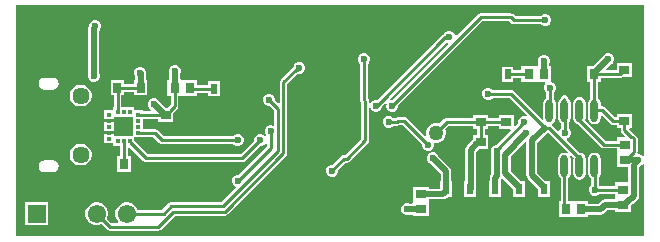
<source format=gbl>
G04*
G04 #@! TF.GenerationSoftware,Altium Limited,Altium Designer,23.10.1 (27)*
G04*
G04 Layer_Physical_Order=2*
G04 Layer_Color=16711680*
%FSLAX44Y44*%
%MOMM*%
G71*
G04*
G04 #@! TF.SameCoordinates,AB5FA82C-F65C-42C8-8390-C989D648E836*
G04*
G04*
G04 #@! TF.FilePolarity,Positive*
G04*
G01*
G75*
%ADD15C,0.2540*%
%ADD16C,0.5000*%
%ADD23R,0.6000X0.9000*%
%ADD24R,0.8000X0.9500*%
%ADD31R,0.9500X0.8000*%
%ADD32R,0.9000X0.7500*%
%ADD33R,0.7500X0.9000*%
%ADD40R,1.5500X1.5500*%
%ADD41C,1.5500*%
%ADD42C,1.4500*%
%ADD43C,0.6000*%
%ADD44C,0.5000*%
%ADD45C,1.2700*%
%ADD47R,0.6000X0.9500*%
%ADD48O,0.6000X1.9000*%
%ADD49R,0.3500X0.4500*%
%ADD50R,0.4500X0.3500*%
G36*
X828040Y957557D02*
X826770Y957031D01*
X825792Y958009D01*
X823955Y958770D01*
X823311D01*
X822314Y960040D01*
X822384Y960390D01*
Y971767D01*
X822130Y973043D01*
X821407Y974125D01*
X819785Y975748D01*
X818703Y976470D01*
X818368Y976537D01*
X815515Y979390D01*
X816041Y980660D01*
X817840D01*
Y992160D01*
X804840D01*
Y989744D01*
X803131D01*
X794277Y998597D01*
X793196Y999320D01*
X791920Y999574D01*
X791038D01*
Y1001740D01*
X790650Y1003691D01*
X789545Y1005345D01*
X789099Y1005643D01*
Y1019850D01*
X791340D01*
Y1023016D01*
X807130D01*
X808406Y1023270D01*
X809488Y1023992D01*
X809555Y1024060D01*
X817840D01*
Y1035560D01*
X804840D01*
Y1029684D01*
X796322D01*
X795836Y1030857D01*
X799040Y1034061D01*
X800392Y1034621D01*
X801799Y1036028D01*
X802560Y1037865D01*
Y1039855D01*
X801799Y1041692D01*
X800392Y1043099D01*
X798555Y1043860D01*
X796565D01*
X794728Y1043099D01*
X793321Y1041692D01*
X793058Y1041057D01*
X784851Y1032850D01*
X779840D01*
Y1019850D01*
X782431D01*
Y1005409D01*
X782335Y1005345D01*
X781230Y1003691D01*
X780842Y1001740D01*
Y988740D01*
X781230Y986789D01*
X782335Y985135D01*
X783989Y984030D01*
X785940Y983642D01*
X787891Y984030D01*
X789545Y985135D01*
X790650Y986789D01*
X791038Y988740D01*
Y990748D01*
X792211Y991234D01*
X799392Y984053D01*
X800474Y983330D01*
X801750Y983076D01*
X804840D01*
Y980660D01*
X808006D01*
Y978850D01*
X808260Y977574D01*
X808982Y976492D01*
X811682Y973793D01*
X811196Y972620D01*
X804780D01*
Y969954D01*
X795241D01*
X778026Y987169D01*
X778338Y988740D01*
Y1001740D01*
X777950Y1003691D01*
X776845Y1005345D01*
X775191Y1006450D01*
X773240Y1006838D01*
X771289Y1006450D01*
X769635Y1005345D01*
X768530Y1003691D01*
X768142Y1001740D01*
Y988740D01*
X768530Y986789D01*
X769635Y985135D01*
X771289Y984030D01*
X771845Y983919D01*
X791503Y964262D01*
X792584Y963540D01*
X793860Y963286D01*
X804780D01*
Y960620D01*
X804780Y960620D01*
Y959620D01*
X804780D01*
X804780Y959350D01*
Y947620D01*
X814422D01*
Y934520D01*
X803510D01*
Y931704D01*
X789867D01*
X789369Y932202D01*
Y938018D01*
X789545Y938135D01*
X790650Y939789D01*
X791038Y941740D01*
Y954740D01*
X790650Y956691D01*
X789545Y958345D01*
X787891Y959450D01*
X785940Y959838D01*
X783989Y959450D01*
X782335Y958345D01*
X781230Y956691D01*
X780842Y954740D01*
Y941740D01*
X781230Y939789D01*
X782335Y938135D01*
X782701Y937891D01*
Y932012D01*
X781891Y931202D01*
X781130Y929365D01*
Y927375D01*
X781891Y925538D01*
X783298Y924131D01*
X785135Y923370D01*
X787125D01*
X788962Y924131D01*
X789867Y925036D01*
X803510D01*
Y922520D01*
X803510Y922520D01*
Y921520D01*
X803510D01*
X803510Y921378D01*
X803201Y920108D01*
X794760D01*
X793004Y919759D01*
X791516Y918764D01*
X789200Y916448D01*
X780850D01*
Y918610D01*
X769120D01*
X768850Y918610D01*
X767850D01*
X767580Y918610D01*
X763874D01*
Y937954D01*
X764145Y938135D01*
X765250Y939789D01*
X765638Y941740D01*
Y954740D01*
X765250Y956691D01*
X765167Y956814D01*
X766154Y957624D01*
X768291Y955487D01*
X768142Y954740D01*
Y941740D01*
X768530Y939789D01*
X769635Y938135D01*
X771289Y937030D01*
X773240Y936642D01*
X775191Y937030D01*
X776845Y938135D01*
X777950Y939789D01*
X778338Y941740D01*
Y954740D01*
X777950Y956691D01*
X776845Y958345D01*
X775191Y959450D01*
X773402Y959806D01*
X762593Y970615D01*
X762891Y972113D01*
X763562Y972391D01*
X764969Y973798D01*
X765730Y975635D01*
Y977625D01*
X764969Y979462D01*
X763969Y980462D01*
Y985018D01*
X764145Y985135D01*
X765250Y986789D01*
X765638Y988740D01*
Y1001740D01*
X765250Y1003691D01*
X764145Y1005345D01*
X763809Y1005570D01*
X763620Y1006516D01*
X762897Y1007598D01*
X761816Y1008320D01*
X760540Y1008574D01*
X759264Y1008320D01*
X758183Y1007598D01*
X757460Y1006516D01*
X757271Y1005570D01*
X756935Y1005345D01*
X755830Y1003691D01*
X755442Y1001740D01*
Y988740D01*
X755830Y986789D01*
X756935Y985135D01*
X757301Y984891D01*
Y980272D01*
X756491Y979462D01*
X756213Y978791D01*
X754715Y978493D01*
X750277Y982931D01*
X750342Y984250D01*
X750453Y984473D01*
X751445Y985135D01*
X752550Y986789D01*
X752938Y988740D01*
Y1001740D01*
X752550Y1003691D01*
X751445Y1005345D01*
X751269Y1005462D01*
Y1010898D01*
X752269Y1011898D01*
X753030Y1013735D01*
Y1015725D01*
X752269Y1017562D01*
X750862Y1018969D01*
X749100Y1019699D01*
Y1032910D01*
X747613D01*
Y1035782D01*
X747950Y1036595D01*
Y1038585D01*
X747189Y1040422D01*
X745782Y1041829D01*
X743945Y1042590D01*
X741955D01*
X740118Y1041829D01*
X738711Y1040422D01*
X737950Y1038585D01*
Y1036595D01*
X738437Y1035420D01*
Y1033808D01*
X737773Y1033144D01*
X737167Y1032910D01*
X736100D01*
X735830Y1032910D01*
X724100D01*
Y1029494D01*
X717350D01*
Y1032660D01*
X707350D01*
Y1019660D01*
X717350D01*
Y1022826D01*
X724100D01*
Y1019410D01*
X735830D01*
X736100Y1019410D01*
X737100D01*
X737370Y1019410D01*
X743843D01*
X744369Y1018140D01*
X743791Y1017562D01*
X743030Y1015725D01*
Y1013735D01*
X743791Y1011898D01*
X744601Y1011088D01*
Y1005589D01*
X744235Y1005345D01*
X743130Y1003691D01*
X742742Y1001740D01*
Y988740D01*
X742819Y988352D01*
X741649Y987726D01*
X717368Y1012008D01*
X716286Y1012730D01*
X715010Y1012984D01*
X699697D01*
X698792Y1013889D01*
X696955Y1014650D01*
X694965D01*
X693128Y1013889D01*
X691721Y1012482D01*
X690960Y1010645D01*
Y1008655D01*
X691721Y1006818D01*
X693128Y1005411D01*
X694965Y1004650D01*
X696955D01*
X698792Y1005411D01*
X699697Y1006316D01*
X713629D01*
X728486Y991459D01*
X727766Y990383D01*
X727435Y990520D01*
X725445D01*
X723608Y989759D01*
X722201Y988352D01*
X721440Y986515D01*
Y985235D01*
X718873Y982668D01*
X717700Y983154D01*
Y991620D01*
X704700D01*
Y989204D01*
X696110D01*
Y991620D01*
X683110D01*
Y989204D01*
X660750D01*
X659474Y988950D01*
X658392Y988228D01*
X654609Y984444D01*
X652609Y984980D01*
X650411D01*
X648287Y984411D01*
X646383Y983312D01*
X644828Y981757D01*
X643729Y979853D01*
X643160Y977729D01*
Y975531D01*
X643361Y974780D01*
X642223Y974122D01*
X627197Y989147D01*
X626116Y989870D01*
X624840Y990124D01*
X619757D01*
X618481Y989870D01*
X617653Y989317D01*
X615414D01*
X614510Y990221D01*
X612672Y990983D01*
X610683D01*
X608845Y990221D01*
X607439Y988815D01*
X606677Y986977D01*
Y984988D01*
X607439Y983150D01*
X608845Y981744D01*
X610683Y980983D01*
X612672D01*
X614510Y981744D01*
X615414Y982649D01*
X618950D01*
X620226Y982902D01*
X621054Y983456D01*
X623459D01*
X640160Y966755D01*
Y965475D01*
X640921Y963638D01*
X642328Y962231D01*
X644165Y961470D01*
X646155D01*
X647992Y962231D01*
X649399Y963638D01*
X650160Y965475D01*
Y967064D01*
X650259Y967542D01*
X651197Y968280D01*
X652609D01*
X654733Y968849D01*
X656637Y969948D01*
X658192Y971503D01*
X659291Y973407D01*
X659860Y975531D01*
Y977729D01*
X659324Y979729D01*
X662131Y982536D01*
X683110D01*
Y980120D01*
X686276D01*
Y974760D01*
X683110D01*
Y970906D01*
X677866Y965661D01*
X676871Y964173D01*
X676522Y962417D01*
Y935440D01*
X675848D01*
Y921940D01*
X685848D01*
Y935440D01*
X685698D01*
Y960516D01*
X688354Y963172D01*
X688360D01*
X688803Y963260D01*
X696110D01*
Y974760D01*
X692944D01*
Y980120D01*
X696110D01*
Y982536D01*
X704700D01*
Y980120D01*
X714666D01*
X715152Y978947D01*
X702675Y966470D01*
X702310D01*
X700472Y965709D01*
X699066Y964302D01*
X698305Y962465D01*
Y960475D01*
X698716Y959481D01*
Y941551D01*
X697810Y940195D01*
X697461Y938439D01*
Y935440D01*
X696549D01*
Y921940D01*
X706549D01*
Y928747D01*
X706637Y929190D01*
Y936582D01*
X707112Y937293D01*
X708661Y937540D01*
X717250Y928951D01*
Y921940D01*
X727250D01*
Y935440D01*
X723738D01*
X714893Y944286D01*
Y955963D01*
X721529Y962599D01*
X722524Y964088D01*
X722642Y964682D01*
X726932Y968972D01*
X728202Y968446D01*
Y940600D01*
X728551Y938844D01*
X729546Y937356D01*
X737950Y928951D01*
Y921940D01*
X747950D01*
Y935440D01*
X744439D01*
X737378Y942501D01*
Y968169D01*
X746493Y977285D01*
X763424Y960354D01*
X762615Y959367D01*
X762491Y959450D01*
X760540Y959838D01*
X758589Y959450D01*
X756935Y958345D01*
X755830Y956691D01*
X755442Y954740D01*
Y941740D01*
X755830Y939789D01*
X756935Y938135D01*
X757206Y937954D01*
Y918610D01*
X755850D01*
Y905110D01*
X767580D01*
X767850Y905110D01*
X768850D01*
X769120Y905110D01*
X780850D01*
Y907272D01*
X791100D01*
X792856Y907621D01*
X794344Y908616D01*
X796661Y910932D01*
X803510D01*
Y909520D01*
X817010D01*
Y915031D01*
X818219Y916241D01*
X818423Y916281D01*
X819911Y917276D01*
X822254Y919619D01*
X823249Y921107D01*
X823598Y922863D01*
Y947649D01*
X825260Y949311D01*
X825792Y949531D01*
X826770Y950509D01*
X828040Y949983D01*
Y889000D01*
X295910D01*
Y1084580D01*
X828040D01*
Y957557D01*
D02*
G37*
%LPC*%
G36*
X715217Y1077754D02*
X689690D01*
X688414Y1077500D01*
X687333Y1076777D01*
X669113Y1058558D01*
X667859Y1059100D01*
X667179Y1060742D01*
X665772Y1062149D01*
X663935Y1062910D01*
X661945D01*
X660108Y1062149D01*
X658701Y1060742D01*
X658536Y1060343D01*
X658462Y1060328D01*
X657380Y1059605D01*
X602195Y1004420D01*
X602025Y1004490D01*
X600035D01*
X598198Y1003729D01*
X596791Y1002322D01*
X596424Y1001436D01*
X595154Y1001689D01*
Y1003422D01*
X594900Y1004698D01*
X594178Y1005779D01*
X593884Y1006073D01*
Y1035123D01*
X594789Y1036028D01*
X595550Y1037865D01*
Y1039855D01*
X594789Y1041692D01*
X593382Y1043099D01*
X591545Y1043860D01*
X589555D01*
X587718Y1043099D01*
X586311Y1041692D01*
X585550Y1039855D01*
Y1037865D01*
X586311Y1036028D01*
X587216Y1035123D01*
Y1004692D01*
X587470Y1003416D01*
X588192Y1002334D01*
X588486Y1002041D01*
Y971571D01*
X574855Y957940D01*
X573606D01*
X572330Y957686D01*
X571249Y956964D01*
X563845Y949560D01*
X562885D01*
X561048Y948799D01*
X559641Y947392D01*
X558880Y945555D01*
Y943565D01*
X559641Y941728D01*
X561048Y940321D01*
X562885Y939560D01*
X564875D01*
X566712Y940321D01*
X568119Y941728D01*
X568880Y943565D01*
Y945165D01*
X574987Y951272D01*
X576236D01*
X577512Y951526D01*
X578593Y952249D01*
X594178Y967832D01*
X594900Y968914D01*
X595154Y970190D01*
Y997291D01*
X596424Y997544D01*
X596791Y996658D01*
X598198Y995251D01*
X600035Y994490D01*
X602025D01*
X603862Y995251D01*
X605269Y996658D01*
X606030Y998495D01*
Y998839D01*
X606073Y998881D01*
X606114Y998909D01*
X608797Y1001592D01*
X609874Y1000873D01*
X609680Y1000405D01*
Y998415D01*
X610441Y996578D01*
X611848Y995171D01*
X613685Y994410D01*
X615675D01*
X617512Y995171D01*
X618919Y996578D01*
X619680Y998415D01*
Y999695D01*
X691071Y1071086D01*
X713836D01*
X715399Y1069522D01*
X716481Y1068800D01*
X717757Y1068546D01*
X740483D01*
X741388Y1067641D01*
X743225Y1066880D01*
X745215D01*
X747052Y1067641D01*
X748459Y1069048D01*
X749220Y1070885D01*
Y1072875D01*
X748459Y1074712D01*
X747052Y1076119D01*
X745215Y1076880D01*
X743225D01*
X741388Y1076119D01*
X740483Y1075214D01*
X719138D01*
X717574Y1076777D01*
X716493Y1077500D01*
X715217Y1077754D01*
D02*
G37*
G36*
X364215Y1071800D02*
X362225D01*
X360388Y1071039D01*
X358981Y1069632D01*
X358220Y1067795D01*
Y1067777D01*
X357711Y1067015D01*
X357362Y1065259D01*
Y1026879D01*
X356950Y1025885D01*
Y1023895D01*
X357711Y1022058D01*
X359118Y1020651D01*
X360955Y1019890D01*
X362945D01*
X364782Y1020651D01*
X366189Y1022058D01*
X366950Y1023895D01*
Y1025885D01*
X366538Y1026879D01*
Y1063047D01*
X367459Y1063968D01*
X368220Y1065805D01*
Y1067795D01*
X367459Y1069632D01*
X366052Y1071039D01*
X364215Y1071800D01*
D02*
G37*
G36*
X327350Y1023238D02*
X320350D01*
X318399Y1022850D01*
X316745Y1021745D01*
X315640Y1020091D01*
X315252Y1018140D01*
X315640Y1016189D01*
X316745Y1014535D01*
X318399Y1013430D01*
X320350Y1013042D01*
X327350D01*
X329301Y1013430D01*
X330955Y1014535D01*
X332060Y1016189D01*
X332448Y1018140D01*
X332060Y1020091D01*
X330955Y1021745D01*
X329301Y1022850D01*
X327350Y1023238D01*
D02*
G37*
G36*
X537127Y1036560D02*
X535138D01*
X533300Y1035799D01*
X531894Y1034392D01*
X531133Y1032555D01*
Y1032388D01*
X531042Y1032327D01*
X520262Y1021547D01*
X519540Y1020466D01*
X519286Y1019190D01*
Y1002198D01*
X518113Y1001712D01*
X515540Y1004285D01*
Y1005565D01*
X514779Y1007402D01*
X513372Y1008809D01*
X511535Y1009570D01*
X509545D01*
X507708Y1008809D01*
X506301Y1007402D01*
X505540Y1005565D01*
Y1003575D01*
X506301Y1001738D01*
X507708Y1000331D01*
X509545Y999570D01*
X510825D01*
X514746Y995649D01*
Y983471D01*
X513476Y982622D01*
X512805Y982900D01*
X510815D01*
X508978Y982139D01*
X507571Y980732D01*
X506810Y978895D01*
Y976905D01*
X507571Y975068D01*
X508157Y974482D01*
X508061Y973999D01*
X506686Y973585D01*
X505752Y974519D01*
X503915Y975280D01*
X501925D01*
X500088Y974519D01*
X498681Y973112D01*
X497920Y971275D01*
Y969995D01*
X486299Y958374D01*
X407651D01*
X396100Y969925D01*
X396100Y972751D01*
X396100Y972960D01*
X396309Y972960D01*
X403850Y972960D01*
Y973376D01*
X412172D01*
X417625Y967923D01*
X418707Y967200D01*
X419983Y966946D01*
X480133D01*
X481038Y966041D01*
X482875Y965280D01*
X484865D01*
X486702Y966041D01*
X488109Y967448D01*
X488870Y969285D01*
Y971275D01*
X488109Y973112D01*
X486702Y974519D01*
X484865Y975280D01*
X482875D01*
X481038Y974519D01*
X480133Y973614D01*
X421364D01*
X415910Y979068D01*
X414828Y979790D01*
X413553Y980044D01*
X403850D01*
Y988281D01*
X416410D01*
Y985770D01*
X429410D01*
Y993305D01*
X432738Y996633D01*
X433460Y997714D01*
X433714Y998990D01*
Y1007980D01*
X436110D01*
X436380Y1007980D01*
X437380D01*
X437650Y1007980D01*
X449380D01*
Y1010656D01*
X458550D01*
Y1007490D01*
X468550D01*
Y1020490D01*
X458550D01*
Y1017324D01*
X449380D01*
Y1021480D01*
X437650D01*
X437380Y1021480D01*
X436313D01*
X435043Y1021971D01*
Y1026530D01*
X435530Y1027705D01*
Y1029695D01*
X434769Y1031532D01*
X433362Y1032939D01*
X431525Y1033700D01*
X429535D01*
X427698Y1032939D01*
X426291Y1031532D01*
X425530Y1029695D01*
Y1027705D01*
X425867Y1026892D01*
Y1021480D01*
X424380D01*
Y1007980D01*
X427046D01*
Y1000371D01*
X423945Y997270D01*
X422899D01*
X417280Y1002888D01*
X416989Y1003592D01*
X415582Y1004999D01*
X413745Y1005760D01*
X411755D01*
X409918Y1004999D01*
X408511Y1003592D01*
X407750Y1001755D01*
Y999765D01*
X408511Y997928D01*
X409918Y996521D01*
X410647Y996219D01*
X410395Y994949D01*
X403850D01*
Y995460D01*
X396100D01*
Y998210D01*
X385469D01*
Y1008230D01*
X387670D01*
Y1011396D01*
X395920D01*
Y1008230D01*
X407420D01*
Y1021230D01*
X406258D01*
Y1026286D01*
X406320Y1026435D01*
Y1028425D01*
X405559Y1030262D01*
X404152Y1031669D01*
X402315Y1032430D01*
X400325D01*
X398488Y1031669D01*
X397081Y1030262D01*
X396320Y1028425D01*
Y1026435D01*
X397081Y1024598D01*
X397082Y1024597D01*
Y1021230D01*
X395920D01*
Y1018064D01*
X387670D01*
Y1021230D01*
X376170D01*
Y1008230D01*
X378801D01*
Y998210D01*
X378600D01*
Y995460D01*
X370850D01*
Y987960D01*
X379350D01*
Y989710D01*
X395350D01*
Y982960D01*
X395350Y973919D01*
X395350Y973710D01*
X395141Y973710D01*
X379350Y973710D01*
Y975460D01*
X370850D01*
Y967960D01*
X378600D01*
Y965210D01*
X384016D01*
Y956710D01*
X381500D01*
Y943210D01*
X393500D01*
Y956710D01*
X390684D01*
Y964115D01*
X391954Y964641D01*
X403913Y952682D01*
X404994Y951960D01*
X406270Y951706D01*
X487680D01*
X488956Y951960D01*
X490037Y952682D01*
X502635Y965280D01*
X503915D01*
X505752Y966041D01*
X507159Y967448D01*
X507206Y967561D01*
X508476Y967309D01*
Y965311D01*
X484155Y940990D01*
X482875D01*
X481038Y940229D01*
X479631Y938822D01*
X478870Y936985D01*
Y934995D01*
X479631Y933158D01*
X481038Y931751D01*
X481709Y931473D01*
X482007Y929975D01*
X469766Y917734D01*
X427382D01*
X426106Y917480D01*
X425024Y916758D01*
X419651Y911384D01*
X399091D01*
X398975Y911813D01*
X397692Y914037D01*
X395877Y915852D01*
X393653Y917135D01*
X391174Y917800D01*
X388606D01*
X386127Y917135D01*
X383903Y915852D01*
X382088Y914037D01*
X380804Y911813D01*
X380140Y909334D01*
Y906766D01*
X380804Y904287D01*
X382088Y902063D01*
X382614Y901537D01*
X382128Y900364D01*
X376891D01*
X373353Y903902D01*
X373576Y904287D01*
X374240Y906766D01*
Y909334D01*
X373576Y911813D01*
X372292Y914037D01*
X370477Y915852D01*
X368253Y917135D01*
X365774Y917800D01*
X363206D01*
X360727Y917135D01*
X358503Y915852D01*
X356688Y914037D01*
X355405Y911813D01*
X354740Y909334D01*
Y906766D01*
X355405Y904287D01*
X356688Y902063D01*
X358503Y900248D01*
X360727Y898964D01*
X363206Y898300D01*
X365774D01*
X368253Y898964D01*
X368638Y899187D01*
X373153Y894672D01*
X374234Y893950D01*
X375510Y893696D01*
X416432D01*
X417708Y893950D01*
X418790Y894672D01*
X430643Y906526D01*
X473028D01*
X474304Y906780D01*
X475385Y907503D01*
X524977Y957095D01*
X525700Y958176D01*
X525954Y959452D01*
Y1017809D01*
X534832Y1026687D01*
X535138Y1026560D01*
X537127D01*
X538965Y1027321D01*
X540371Y1028728D01*
X541133Y1030565D01*
Y1032555D01*
X540371Y1034392D01*
X538965Y1035799D01*
X537127Y1036560D01*
D02*
G37*
G36*
X352068Y1017390D02*
X349632D01*
X347280Y1016760D01*
X345170Y1015542D01*
X343448Y1013820D01*
X342230Y1011710D01*
X341600Y1009358D01*
Y1006922D01*
X342230Y1004570D01*
X343448Y1002460D01*
X345170Y1000738D01*
X347280Y999520D01*
X349632Y998890D01*
X352068D01*
X354420Y999520D01*
X356530Y1000738D01*
X358252Y1002460D01*
X359470Y1004570D01*
X360100Y1006922D01*
Y1009358D01*
X359470Y1011710D01*
X358252Y1013820D01*
X356530Y1015542D01*
X354420Y1016760D01*
X352068Y1017390D01*
D02*
G37*
G36*
X379350Y985460D02*
X370850D01*
Y977960D01*
X379350D01*
Y985460D01*
D02*
G37*
G36*
X352068Y967390D02*
X349632D01*
X347280Y966760D01*
X345170Y965542D01*
X343448Y963820D01*
X342230Y961710D01*
X341600Y959358D01*
Y956922D01*
X342230Y954570D01*
X343448Y952460D01*
X345170Y950738D01*
X347280Y949520D01*
X349632Y948890D01*
X352068D01*
X354420Y949520D01*
X356530Y950738D01*
X358252Y952460D01*
X359470Y954570D01*
X360100Y956922D01*
Y959358D01*
X359470Y961710D01*
X358252Y963820D01*
X356530Y965542D01*
X354420Y966760D01*
X352068Y967390D01*
D02*
G37*
G36*
X327350Y953238D02*
X320350D01*
X318399Y952850D01*
X316745Y951745D01*
X315640Y950091D01*
X315252Y948140D01*
X315640Y946189D01*
X316745Y944535D01*
X318399Y943430D01*
X320350Y943042D01*
X327350D01*
X329301Y943430D01*
X330955Y944535D01*
X332060Y946189D01*
X332448Y948140D01*
X332060Y950091D01*
X330955Y951745D01*
X329301Y952850D01*
X327350Y953238D01*
D02*
G37*
G36*
X649965Y960040D02*
X647975D01*
X646138Y959279D01*
X644731Y957872D01*
X643970Y956035D01*
Y954045D01*
X644731Y952208D01*
X646138Y950801D01*
X647132Y950389D01*
X655560Y941962D01*
Y935440D01*
X655148D01*
Y929298D01*
X645560D01*
Y930710D01*
X632060D01*
Y918980D01*
X632060Y918710D01*
Y917643D01*
X631570Y916373D01*
X629550D01*
X628375Y916860D01*
X626385D01*
X624548Y916099D01*
X623141Y914692D01*
X622380Y912855D01*
Y910865D01*
X623141Y909028D01*
X624548Y907621D01*
X626385Y906860D01*
X628375D01*
X629188Y907197D01*
X632060D01*
Y905710D01*
X645560D01*
Y917440D01*
X645560Y917710D01*
X645560Y918852D01*
X645869Y920122D01*
X657918D01*
X659674Y920471D01*
X661162Y921466D01*
X661637Y921940D01*
X665148D01*
Y935440D01*
X664736D01*
Y943862D01*
X664387Y945618D01*
X663392Y947106D01*
X653621Y956878D01*
X653209Y957872D01*
X651802Y959279D01*
X649965Y960040D01*
D02*
G37*
G36*
X323440Y917800D02*
X303940D01*
Y898300D01*
X323440D01*
Y917800D01*
D02*
G37*
%LPD*%
G36*
X661750Y1052991D02*
X662292Y1051737D01*
X614965Y1004410D01*
X613685D01*
X613217Y1004216D01*
X612498Y1005293D01*
X660651Y1053446D01*
X661750Y1052991D01*
D02*
G37*
D15*
X786130Y928370D02*
X810110D01*
X810260Y928520D01*
X427382Y914400D02*
X471147D01*
X389890Y908050D02*
X421032D01*
X427382Y914400D01*
X416432Y897030D02*
X429262Y909860D01*
X473028D01*
X364490Y908050D02*
X375510Y897030D01*
X416432D01*
X601966Y999490D02*
X603743Y1001266D01*
X611677Y985983D02*
X618950D01*
X601030Y999490D02*
X601966D01*
X618950Y985983D02*
X619757Y986790D01*
X603743Y1001266D02*
X603756D01*
X619757Y986790D02*
X624840D01*
X603756Y1001266D02*
X659738Y1057248D01*
X535787Y1031560D02*
X536133D01*
X534197Y1029970D02*
X535787Y1031560D01*
X563880Y944560D02*
Y944880D01*
X573606Y954606D01*
X810590Y1029810D02*
X811340D01*
X807130Y1026350D02*
X810590Y1029810D01*
X785590Y1026350D02*
X807130D01*
X791920Y996240D02*
X801750Y986410D01*
X785940Y996240D02*
X791920D01*
X801750Y986410D02*
X811340D01*
X785590Y1026350D02*
X785765Y1026175D01*
Y996415D02*
X785940Y996240D01*
X785765Y996415D02*
Y1026175D01*
X660750Y985870D02*
X689610D01*
X711200D01*
X817427Y973390D02*
X819050Y971767D01*
X816800Y973390D02*
X817427D01*
X819050Y960390D02*
Y971767D01*
X811340Y978850D02*
X816800Y973390D01*
X811340Y978850D02*
Y986410D01*
X812355Y953695D02*
X819050Y960390D01*
X689610Y969010D02*
Y985870D01*
X651510Y976630D02*
X660750Y985870D01*
X381920Y1014730D02*
X401670D01*
X381920D02*
X382135Y1014515D01*
X430380Y998990D02*
Y1014730D01*
X412750Y1000760D02*
X412920D01*
X426140Y994750D02*
X430380Y998990D01*
X382135Y994175D02*
Y1014515D01*
Y994175D02*
X382350Y993960D01*
X422160Y991520D02*
X422910D01*
X422065Y991615D02*
X422160Y991520D01*
X399695Y991615D02*
X422065D01*
X399600Y991710D02*
X399695Y991615D01*
X511810Y963930D02*
Y977900D01*
X483870Y935990D02*
X511810Y963930D01*
X487680Y955040D02*
X502920Y970280D01*
X392350Y968960D02*
X406270Y955040D01*
X487680D01*
X392350Y968960D02*
Y969460D01*
X419983Y970280D02*
X483870D01*
X413553Y976710D02*
X419983Y970280D01*
X399600Y976710D02*
X413553D01*
X518080Y961333D02*
Y997030D01*
X510540Y1004570D02*
X518080Y997030D01*
X471147Y914400D02*
X518080Y961333D01*
X533400Y1029970D02*
X534197D01*
X522620Y959452D02*
Y1019190D01*
X533400Y1029970D01*
X473028Y909860D02*
X522620Y959452D01*
X659738Y1057248D02*
X662278D01*
X662940Y1057910D01*
X614680Y999410D02*
X689690Y1074420D01*
X717757Y1071880D02*
X744220D01*
X689690Y1074420D02*
X715217D01*
X717757Y1071880D01*
X703305Y961470D02*
Y962385D01*
X726440Y985520D01*
X747935Y1014635D02*
X748030Y1014730D01*
X747280Y995680D02*
X747935Y996335D01*
Y1014635D01*
X624840Y986790D02*
X645160Y966470D01*
X747523Y980970D02*
X773240Y955253D01*
X743690Y980970D02*
X747523D01*
X773240Y947240D02*
Y955253D01*
X715010Y1009650D02*
X743690Y980970D01*
X695960Y1009650D02*
X715010D01*
X760635Y976725D02*
Y996145D01*
Y976725D02*
X760730Y976630D01*
X760540Y996240D02*
X760635Y996145D01*
X760540Y996240D02*
Y1005240D01*
X785940Y947240D02*
X786035Y947145D01*
Y928465D02*
Y947145D01*
Y928465D02*
X786130Y928370D01*
X590550Y1004692D02*
Y1038860D01*
Y1004692D02*
X591820Y1003422D01*
Y970190D02*
Y1003422D01*
X576236Y954606D02*
X591820Y970190D01*
X573606Y954606D02*
X576236D01*
X444120Y1013990D02*
X463550D01*
X443380Y1014730D02*
X444120Y1013990D01*
X387350Y950110D02*
Y969460D01*
Y950110D02*
X387500Y949960D01*
X760540Y946582D02*
X760869Y946911D01*
X760540Y913170D02*
X761850Y911860D01*
X760540Y913170D02*
Y946582D01*
X773240Y987240D02*
X793860Y966620D01*
X811530D01*
X773240Y987240D02*
Y996240D01*
X712470Y1026160D02*
X730100D01*
D16*
X627380Y911860D02*
X627455Y911785D01*
X638735D02*
X638810Y911710D01*
X627455Y911785D02*
X638735D01*
X660148Y926940D02*
Y928690D01*
X638810Y924710D02*
X657918D01*
X660148Y926940D01*
X819010Y949549D02*
X822960Y953499D01*
X810260Y915520D02*
X811010D01*
X816010Y920520D01*
X816667D01*
X819010Y922863D01*
Y949549D01*
X822960Y953499D02*
Y953770D01*
X774850Y911860D02*
X791100D01*
X794760Y915520D02*
X810260D01*
X791100Y911860D02*
X794760Y915520D01*
X701549Y928690D02*
X702049Y929190D01*
Y938439D01*
X703305Y939695D01*
Y961470D01*
X648970Y955040D02*
X660148Y943862D01*
Y928690D02*
Y943862D01*
X680848Y928690D02*
X681110Y928951D01*
Y962417D01*
X710304Y942385D02*
Y957863D01*
X722250Y928690D02*
Y930440D01*
X710304Y942385D02*
X722250Y930440D01*
X742950Y928690D02*
Y930440D01*
X732790Y940600D02*
X742950Y930440D01*
X710304Y957863D02*
X718285Y965844D01*
Y966814D01*
X728101Y976630D01*
X797350Y1038860D02*
X797560D01*
X785590Y1027100D02*
X797350Y1038860D01*
X785590Y1026350D02*
Y1027100D01*
X743025Y1026235D02*
X743100Y1026160D01*
X742950Y1037590D02*
X743025Y1037515D01*
Y1026235D02*
Y1037515D01*
X812355Y953695D02*
X822885D01*
X811605D02*
X812355D01*
X822885D02*
X822960Y953770D01*
X811530Y953620D02*
X811605Y953695D01*
X688360Y967760D02*
X689610Y969010D01*
X686453Y967760D02*
X688360D01*
X681110Y962417D02*
X686453Y967760D01*
X430455Y1028625D02*
X430530Y1028700D01*
X430455Y1014805D02*
Y1028625D01*
X401320Y1027159D02*
X401670Y1026809D01*
X401320Y1027159D02*
Y1027430D01*
X430380Y1014730D02*
X430455Y1014805D01*
X401670Y1014730D02*
Y1026809D01*
X412920Y1000760D02*
X422065Y991615D01*
X732790Y970070D02*
X743690Y980970D01*
X732790Y940600D02*
Y970070D01*
X361950Y1065259D02*
X363220Y1066529D01*
X361950Y1024890D02*
Y1065259D01*
X363220Y1066529D02*
Y1066800D01*
D23*
X478550Y1013990D02*
D03*
X463550D02*
D03*
X697350Y1026160D02*
D03*
X712350D02*
D03*
D24*
X743100D02*
D03*
X774850Y911860D02*
D03*
X430380Y1014730D02*
D03*
X374500Y949960D02*
D03*
X730100Y1026160D02*
D03*
X761850Y911860D02*
D03*
X443380Y1014730D02*
D03*
X387500Y949960D02*
D03*
D31*
X810260Y928520D02*
D03*
Y915520D02*
D03*
X638810Y924710D02*
D03*
Y911710D02*
D03*
X811530Y953620D02*
D03*
Y966620D02*
D03*
D32*
X811340Y1029810D02*
D03*
Y986410D02*
D03*
X711200Y985870D02*
D03*
X689610D02*
D03*
Y969010D02*
D03*
X422910Y991520D02*
D03*
X811340Y998410D02*
D03*
Y1017810D02*
D03*
X711200Y997870D02*
D03*
X689610D02*
D03*
Y957010D02*
D03*
X422910Y979520D02*
D03*
D33*
X785590Y1026350D02*
D03*
X401670Y1014730D02*
D03*
X381920D02*
D03*
X773590Y1026350D02*
D03*
X413670Y1014730D02*
D03*
X369920D02*
D03*
D40*
X313690Y908050D02*
D03*
D41*
X339090D02*
D03*
X389890D02*
D03*
X364490D02*
D03*
D42*
X350850Y958140D02*
D03*
Y1008140D02*
D03*
D43*
X627380Y911860D02*
D03*
X601030Y999490D02*
D03*
X611677Y985983D02*
D03*
X536133Y1031560D02*
D03*
X563880Y944560D02*
D03*
X703305Y961470D02*
D03*
X797560Y1038860D02*
D03*
X742950Y1037590D02*
D03*
X822960Y953770D02*
D03*
X430530Y1028700D02*
D03*
X401320Y1027430D02*
D03*
X412750Y1000760D02*
D03*
X511810Y977900D02*
D03*
X483870Y935990D02*
D03*
X525780Y927100D02*
D03*
X788421Y1068390D02*
D03*
X732790Y1057910D02*
D03*
X621030Y1045210D02*
D03*
X631190D02*
D03*
X648600Y916299D02*
D03*
X604520Y929640D02*
D03*
X560070Y900430D02*
D03*
X513080Y1054100D02*
D03*
X501650Y1003300D02*
D03*
X303530Y1052830D02*
D03*
X398780Y1002030D02*
D03*
X487680Y900430D02*
D03*
X477520D02*
D03*
X433070Y980440D02*
D03*
X363220Y970280D02*
D03*
X467360Y900430D02*
D03*
X502920Y970280D02*
D03*
X483870D02*
D03*
X510540Y1004570D02*
D03*
X662940Y1057910D02*
D03*
X614680Y999410D02*
D03*
X744220Y1071880D02*
D03*
X748030Y1014730D02*
D03*
X726440Y985520D02*
D03*
X645160Y966470D02*
D03*
X695960Y1009650D02*
D03*
X728101Y976630D02*
D03*
X760730D02*
D03*
X648970Y955040D02*
D03*
X786130Y928370D02*
D03*
X590550Y1038860D02*
D03*
X363220Y1066800D02*
D03*
X361950Y1024890D02*
D03*
D44*
X579530Y1010060D02*
D03*
Y999060D02*
D03*
Y988060D02*
D03*
Y977060D02*
D03*
Y966060D02*
D03*
X568530Y1010060D02*
D03*
Y999060D02*
D03*
Y988060D02*
D03*
Y977060D02*
D03*
Y966060D02*
D03*
X557530Y1010060D02*
D03*
Y999060D02*
D03*
Y988060D02*
D03*
Y977060D02*
D03*
Y966060D02*
D03*
X546530Y1010060D02*
D03*
Y999060D02*
D03*
Y988060D02*
D03*
Y977060D02*
D03*
Y966060D02*
D03*
X535530Y1010060D02*
D03*
Y999060D02*
D03*
Y988060D02*
D03*
Y977060D02*
D03*
Y966060D02*
D03*
D45*
X651510Y976630D02*
D03*
X650240Y998220D02*
D03*
X382270Y1066800D02*
D03*
D47*
X701549Y928690D02*
D03*
Y905190D02*
D03*
X680848D02*
D03*
Y928690D02*
D03*
X722250Y905190D02*
D03*
Y928690D02*
D03*
X742950Y905190D02*
D03*
Y928690D02*
D03*
X660148D02*
D03*
Y905190D02*
D03*
D48*
X747840Y995240D02*
D03*
X760540D02*
D03*
X773240D02*
D03*
X785940D02*
D03*
X747840Y948240D02*
D03*
X760540D02*
D03*
X773240D02*
D03*
X785940D02*
D03*
D49*
X382350Y993960D02*
D03*
X392350Y969460D02*
D03*
Y993960D02*
D03*
X387350D02*
D03*
X382350Y969460D02*
D03*
X387350D02*
D03*
D50*
X399600Y991710D02*
D03*
X375100Y986710D02*
D03*
X399600Y971710D02*
D03*
X375100Y976710D02*
D03*
X399600D02*
D03*
X375100Y991710D02*
D03*
Y981710D02*
D03*
Y971710D02*
D03*
X399600Y981710D02*
D03*
Y986710D02*
D03*
M02*

</source>
